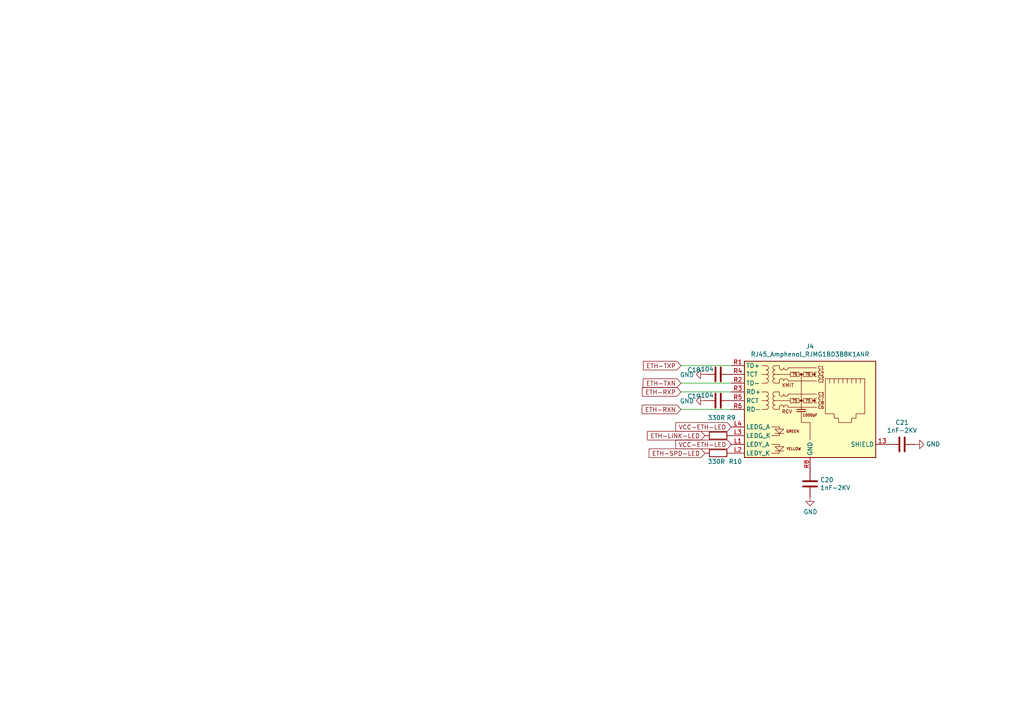
<source format=kicad_sch>
(kicad_sch (version 20210126) (generator eeschema)
  (paper "A4")
  (lib_symbols
    (symbol "Connector:RJ45_Amphenol_RJMG1BD3B8K1ANR"
      (property "Reference" "J" (at 19.05 15.24 0))
      (property "Value" "RJ45_Amphenol_RJMG1BD3B8K1ANR" (at -19.05 15.24 0))
      (symbol "RJ45_Amphenol_RJMG1BD3B8K1ANR_0_0"
        (circle (center -2.54 2.54) (radius 0.254) (stroke (width 0.254)) (fill (type outline)))
        (circle (center -2.54 10.16) (radius 0.254) (stroke (width 0.254)) (fill (type outline)))
        (circle (center 1.27 2.54) (radius 0.254) (stroke (width 0.254)) (fill (type outline)))
        (circle (center 1.27 10.16) (radius 0.254) (stroke (width 0.254)) (fill (type outline)))
        (text "1000pF" (at 0 -1.651 0) (effects (font (size 0.762 0.762))))
        (text "75" (at -4.445 2.54 0) (effects (font (size 0.762 0.762))))
        (text "75" (at -4.445 10.16 0) (effects (font (size 0.762 0.762))))
        (text "75" (at -0.635 2.54 0) (effects (font (size 0.762 0.762))))
        (text "75" (at -0.635 10.16 0) (effects (font (size 0.762 0.762))))
        (text "C1" (at 3.175 12.065 0) (effects (font (size 0.889 0.889))))
        (text "C2" (at 3.175 8.255 0) (effects (font (size 0.889 0.889))))
        (text "C3" (at 3.175 4.445 0) (effects (font (size 0.889 0.889))))
        (text "C4" (at 3.175 10.795 0) (effects (font (size 0.889 0.889))))
        (text "C5" (at 3.175 9.525 0) (effects (font (size 0.889 0.889))))
        (text "C6" (at 3.175 0.635 0) (effects (font (size 0.889 0.889))))
        (text "C7" (at 3.175 3.175 0) (effects (font (size 0.889 0.889))))
        (text "C8" (at 3.175 1.905 0) (effects (font (size 0.889 0.889))))
        (text "GREEN" (at -6.985 -6.35 0) (effects (font (size 0.762 0.762)) (justify left)))
        (text "RCV" (at -8.255 -0.635 0) (effects (font (size 1.016 1.016)) (justify left)))
        (text "XMIT" (at -8.255 6.985 0) (effects (font (size 1.016 1.016)) (justify left)))
        (text "YELLOW" (at -6.985 -11.43 0) (effects (font (size 0.762 0.762)) (justify left)))
        (polyline (pts (xy -7.62 -12.065) (xy -10.16 -12.065)))
        (polyline (pts (xy -7.62 -6.985) (xy -10.16 -6.985)))
        (polyline (pts (xy -2.54 10.16) (xy -2.54 0)))
        (polyline (pts (xy -1.27 -0.635) (xy -3.81 -0.635)) (stroke (width 0.254)))
        (polyline (pts (xy -1.27 0) (xy -3.81 0)) (stroke (width 0.254)))
        (polyline (pts (xy 1.27 2.54) (xy 0.635 2.54)))
        (polyline (pts (xy 1.27 10.16) (xy 0.635 10.16)))
        (polyline (pts (xy -11.176 -12.7) (xy -8.89 -12.7) (xy -8.89 -12.065)))
        (polyline (pts (xy -11.176 -10.16) (xy -8.89 -10.16) (xy -8.89 -10.795)))
        (polyline (pts (xy -11.176 -5.08) (xy -8.89 -5.08) (xy -8.89 -5.715)))
        (polyline (pts (xy -8.89 -6.985) (xy -8.89 -7.62) (xy -11.176 -7.62)))
        (polyline (pts (xy -10.16 -5.715) (xy -7.62 -5.715) (xy -8.89 -6.985) (xy -10.16 -5.715)))
        (polyline (pts (xy -7.62 -10.795) (xy -10.16 -10.795) (xy -8.89 -12.065) (xy -7.62 -10.795)))
        (polyline (pts (xy -2.54 -0.635) (xy -2.54 -3.81) (xy 0 -3.81) (xy 0 -8.89)))
        (polyline (pts (xy 1.905 3.175) (xy 1.27 3.175) (xy 1.27 1.905) (xy 1.905 1.905)))
        (polyline (pts (xy 1.905 10.795) (xy 1.27 10.795) (xy 1.27 9.525) (xy 1.905 9.525)))
      )
      (symbol "RJ45_Amphenol_RJMG1BD3B8K1ANR_0_1"
        (arc (start -12.7 0) (end -12.7 1.27) (radius (at -12.7 0.635) (length 0.635) (angles -89.9 89.9)))
        (arc (start -12.7 1.27) (end -12.7 2.54) (radius (at -12.7 1.905) (length 0.635) (angles -89.9 89.9)))
        (arc (start -12.7 2.54) (end -12.7 3.81) (radius (at -12.7 3.175) (length 0.635) (angles -89.9 89.9)))
        (arc (start -12.7 3.81) (end -12.7 5.08) (radius (at -12.7 4.445) (length 0.635) (angles -89.9 89.9)))
        (arc (start -12.7 7.62) (end -12.7 8.89) (radius (at -12.7 8.255) (length 0.635) (angles -89.9 89.9)))
        (arc (start -12.7 8.89) (end -12.7 10.16) (radius (at -12.7 9.525) (length 0.635) (angles -89.9 89.9)))
        (arc (start -12.7 10.16) (end -12.7 11.43) (radius (at -12.7 10.795) (length 0.635) (angles -89.9 89.9)))
        (arc (start -12.7 11.43) (end -12.7 12.7) (radius (at -12.7 12.065) (length 0.635) (angles -89.9 89.9)))
        (arc (start -10.16 1.27) (end -10.16 0) (radius (at -10.16 0.635) (length 0.635) (angles 90.1 -90.1)))
        (arc (start -10.16 2.54) (end -10.16 1.27) (radius (at -10.16 1.905) (length 0.635) (angles 90.1 -90.1)))
        (arc (start -10.16 3.81) (end -10.16 2.54) (radius (at -10.16 3.175) (length 0.635) (angles 90.1 -90.1)))
        (arc (start -10.16 5.08) (end -10.16 3.81) (radius (at -10.16 4.445) (length 0.635) (angles 90.1 -90.1)))
        (arc (start -10.16 8.89) (end -10.16 7.62) (radius (at -10.16 8.255) (length 0.635) (angles 90.1 -90.1)))
        (arc (start -10.16 10.16) (end -10.16 8.89) (radius (at -10.16 9.525) (length 0.635) (angles 90.1 -90.1)))
        (arc (start -10.16 11.43) (end -10.16 10.16) (radius (at -10.16 10.795) (length 0.635) (angles 90.1 -90.1)))
        (arc (start -10.16 12.7) (end -10.16 11.43) (radius (at -10.16 12.065) (length 0.635) (angles 90.1 -90.1)))
        (arc (start -7.62 0.635) (end -8.89 0.635) (radius (at -8.255 0.635) (length 0.635) (angles 0.1 179.9)))
        (arc (start -8.89 4.445) (end -7.62 4.445) (radius (at -8.255 4.445) (length 0.635) (angles -179.9 -0.1)))
        (arc (start -7.62 8.255) (end -8.89 8.255) (radius (at -8.255 8.255) (length 0.635) (angles 0.1 179.9)))
        (arc (start -8.89 12.065) (end -7.62 12.065) (radius (at -8.255 12.065) (length 0.635) (angles -179.9 -0.1)))
        (arc (start -6.35 0.635) (end -7.62 0.635) (radius (at -6.985 0.635) (length 0.635) (angles 0.1 179.9)))
        (arc (start -7.62 4.445) (end -6.35 4.445) (radius (at -6.985 4.445) (length 0.635) (angles -179.9 -0.1)))
        (arc (start -6.35 8.255) (end -7.62 8.255) (radius (at -6.985 8.255) (length 0.635) (angles 0.1 179.9)))
        (arc (start -7.62 12.065) (end -6.35 12.065) (radius (at -6.985 12.065) (length 0.635) (angles -179.9 -0.1)))
        (rectangle (start -5.715 3.175) (end -3.175 1.905))
        (rectangle (start -5.715 10.795) (end -3.175 9.525))
        (rectangle (start -1.905 3.175) (end 0.635 1.905))
        (rectangle (start -1.905 10.795) (end 0.635 9.525))
        (rectangle (start -19.05 -13.97) (end 19.05 13.97) (stroke (width 0.254)) (fill (type background)))
        (polyline (pts (xy -12.7 0) (xy -13.97 0)))
        (polyline (pts (xy -12.7 2.54) (xy -13.97 2.54)))
        (polyline (pts (xy -12.7 5.08) (xy -13.97 5.08)))
        (polyline (pts (xy -12.7 7.62) (xy -13.97 7.62)))
        (polyline (pts (xy -12.7 10.16) (xy -13.97 10.16)))
        (polyline (pts (xy -12.7 12.7) (xy -13.97 12.7)))
        (polyline (pts (xy -6.35 0.635) (xy 1.905 0.635)))
        (polyline (pts (xy -6.35 4.445) (xy 1.905 4.445)))
        (polyline (pts (xy -6.35 8.255) (xy 1.905 8.255)))
        (polyline (pts (xy -6.35 12.065) (xy 1.905 12.065)))
        (polyline (pts (xy -5.715 2.54) (xy -10.16 2.54)))
        (polyline (pts (xy -5.715 10.16) (xy -10.16 10.16)))
        (polyline (pts (xy -3.175 2.54) (xy -1.905 2.54)))
        (polyline (pts (xy -3.175 10.16) (xy -1.905 10.16)))
        (polyline (pts (xy 5.715 7.62) (xy 5.715 8.89)))
        (polyline (pts (xy 6.985 8.89) (xy 6.985 7.62)))
        (polyline (pts (xy 8.255 8.89) (xy 8.255 7.62)))
        (polyline (pts (xy 9.525 8.89) (xy 9.525 7.62)))
        (polyline (pts (xy 10.795 8.89) (xy 10.795 7.62)))
        (polyline (pts (xy 12.065 8.89) (xy 12.065 7.62)))
        (polyline (pts (xy 13.335 7.62) (xy 13.335 8.89)))
        (polyline (pts (xy 14.605 7.62) (xy 14.605 8.89)))
        (polyline (pts (xy -10.16 5.08) (xy -8.89 5.08) (xy -8.89 4.445)))
        (polyline (pts (xy -10.16 12.7) (xy -8.89 12.7) (xy -8.89 12.065)))
        (polyline (pts (xy -8.89 0.635) (xy -8.89 0) (xy -10.16 0)))
        (polyline (pts (xy -8.89 8.255) (xy -8.89 7.62) (xy -10.16 7.62)))
        (polyline (pts (xy 4.445 8.89) (xy 15.875 8.89) (xy 15.875 -1.27) (xy 13.335 -1.27) (xy 13.335 -2.54) (xy 12.065 -2.54) (xy 12.065 -3.81) (xy 8.255 -3.81) (xy 8.255 -2.54) (xy 6.985 -2.54) (xy 6.985 -1.27) (xy 4.445 -1.27) (xy 4.445 8.89)))
      )
      (symbol "RJ45_Amphenol_RJMG1BD3B8K1ANR_1_1"
        (pin passive line (at 22.86 -10.16 180) (length 3.81) (name "SHIELD") (number "13"))
        (pin passive line (at -22.86 -10.16 0) (length 3.81) (name "LEDY_A") (number "L1"))
        (pin passive line (at -22.86 -12.7 0) (length 3.81) (name "LEDY_K") (number "L2"))
        (pin passive line (at -22.86 -7.62 0) (length 3.81) (name "LEDG_K") (number "L3"))
        (pin passive line (at -22.86 -5.08 0) (length 3.81) (name "LEDG_A") (number "L4"))
        (pin passive line (at -22.86 12.7 0) (length 3.81) (name "TD+") (number "R1"))
        (pin passive line (at -22.86 7.62 0) (length 3.81) (name "TD-") (number "R2"))
        (pin passive line (at -22.86 5.08 0) (length 3.81) (name "RD+") (number "R3"))
        (pin passive line (at -22.86 10.16 0) (length 3.81) (name "TCT") (number "R4"))
        (pin passive line (at -22.86 2.54 0) (length 3.81) (name "RCT") (number "R5"))
        (pin passive line (at -22.86 0 0) (length 3.81) (name "RD-") (number "R6"))
        (pin no_connect line (at 5.08 -5.08 0) (length 0) hide (name "NC") (number "R7"))
        (pin power_in line (at 0 -17.78 90) (length 3.81) (name "GND") (number "R8"))
      )
    )
    (symbol "Device:C" (pin_numbers hide) (pin_names (offset 0.254))
      (property "Reference" "C" (at 0.635 2.54 0))
      (property "Value" "C" (at 0.635 -2.54 0))
      (symbol "C_0_1"
        (polyline (pts (xy -2.032 -0.762) (xy 2.032 -0.762)) (stroke (width 0.508)))
        (polyline (pts (xy -2.032 0.762) (xy 2.032 0.762)) (stroke (width 0.508)))
      )
      (symbol "C_1_1"
        (pin passive line (at 0 3.81 270) (length 2.794) (name "~") (number "1"))
        (pin passive line (at 0 -3.81 90) (length 2.794) (name "~") (number "2"))
      )
    )
    (symbol "Device:R" (pin_numbers hide) (pin_names (offset 0))
      (property "Reference" "R" (at 2.032 0 90))
      (property "Value" "R" (at 0 0 90))
      (symbol "R_0_1"
        (rectangle (start -1.016 -2.54) (end 1.016 2.54) (stroke (width 0.254)))
      )
      (symbol "R_1_1"
        (pin passive line (at 0 3.81 270) (length 1.27) (name "~") (number "1"))
        (pin passive line (at 0 -3.81 90) (length 1.27) (name "~") (number "2"))
      )
    )
    (symbol "power:GND" (power) (pin_names (offset 0))
      (property "Value" "GND" (at 0 -3.81 0))
      (symbol "GND_0_1"
        (polyline (pts (xy 0 0) (xy 0 -1.27) (xy 1.27 -1.27) (xy 0 -2.54) (xy -1.27 -1.27) (xy 0 -1.27)))
      )
      (symbol "GND_1_1"
        (pin power_in line (at 0 0 270) (length 0) hide (name "GND") (number "1"))
      )
    )
  )
  (wire (pts (xy 197.485 106.045) (xy 212.09 106.045)))
  (wire (pts (xy 197.485 111.125) (xy 212.09 111.125)))
  (wire (pts (xy 197.485 113.665) (xy 212.09 113.665)))
  (wire (pts (xy 197.485 118.745) (xy 212.09 118.745)))
  (global_label "ETH-TXP" (shape input) (at 197.485 106.045 180) (property "Intersheet References" "${INTERSHEET_REFS}" (effects hide)))
  (global_label "ETH-TXN" (shape input) (at 197.485 111.125 180) (property "Intersheet References" "${INTERSHEET_REFS}" (effects hide)))
  (global_label "ETH-RXP" (shape input) (at 197.485 113.665 180) (property "Intersheet References" "${INTERSHEET_REFS}" (effects hide)))
  (global_label "ETH-RXN" (shape input) (at 197.485 118.745 180) (property "Intersheet References" "${INTERSHEET_REFS}" (effects hide)))
  (global_label "ETH-LINK-LED" (shape input) (at 204.47 126.365 180) (property "Intersheet References" "${INTERSHEET_REFS}" (effects hide)))
  (global_label "ETH-SPD-LED" (shape input) (at 204.47 131.445 180) (property "Intersheet References" "${INTERSHEET_REFS}" (effects hide)))
  (global_label "VCC-ETH-LED" (shape input) (at 212.09 123.825 180) (property "Intersheet References" "${INTERSHEET_REFS}" (effects hide)))
  (global_label "VCC-ETH-LED" (shape input) (at 212.09 128.905 180) (property "Intersheet References" "${INTERSHEET_REFS}" (effects hide)))
  (symbol (lib_id "power:GND") (at 204.47 108.585 270) (unit 1)
    (property "Reference" "#PWR0120" (effects hide))
    (property "Value" "GND" (at 201.295 108.6993 90) (effects (justify right)))
  )
  (symbol (lib_id "power:GND") (at 204.47 116.205 270) (unit 1)
    (property "Reference" "#PWR0121" (effects hide))
    (property "Value" "GND" (at 201.295 116.3193 90) (effects (justify right)))
  )
  (symbol (lib_id "power:GND") (at 234.95 144.145 0) (unit 1)
    (property "Reference" "#PWR0119" (effects hide))
    (property "Value" "GND" (at 235.0643 148.4694 0))
  )
  (symbol (lib_id "power:GND") (at 265.43 128.905 90) (unit 1)
    (property "Reference" "#PWR0122" (effects hide))
    (property "Value" "GND" (at 268.6051 128.7907 90) (effects (justify right)))
  )
  (symbol (lib_id "Device:R") (at 208.28 126.365 270) (unit 1)
    (property "Reference" "R9" (at 210.6994 121.1581 90) (effects (justify left)))
    (property "Value" "330R" (at 205.226 121.158 90) (effects (justify left)))
  )
  (symbol (lib_id "Device:R") (at 208.28 131.445 270) (unit 1)
    (property "Reference" "R10" (at 211.3344 133.8581 90) (effects (justify left)))
    (property "Value" "330R" (at 205.226 133.858 90) (effects (justify left)))
  )
  (symbol (lib_id "Device:C") (at 208.28 108.585 90) (unit 1)
    (property "Reference" "C18" (at 201.295 107.2958 90))
    (property "Value" "104" (at 205.105 107.055 90))
  )
  (symbol (lib_id "Device:C") (at 208.28 116.205 90) (unit 1)
    (property "Reference" "C19" (at 201.295 114.9158 90))
    (property "Value" "104" (at 205.105 114.675 90))
  )
  (symbol (lib_id "Device:C") (at 234.95 140.335 0) (unit 1)
    (property "Reference" "C20" (at 237.8711 139.1856 0) (effects (justify left)))
    (property "Value" "1nF-2KV" (at 237.871 141.484 0) (effects (justify left)))
  )
  (symbol (lib_id "Device:C") (at 261.62 128.905 90) (unit 1)
    (property "Reference" "C21" (at 261.62 122.5358 90))
    (property "Value" "1nF-2KV" (at 261.62 124.835 90))
  )
  (symbol (lib_id "Connector:RJ45_Amphenol_RJMG1BD3B8K1ANR") (at 234.95 118.745 0) (unit 1)
    (property "Reference" "J4" (at 234.95 100.4632 0))
    (property "Value" "RJ45_Amphenol_RJMG1BD3B8K1ANR" (at 234.95 102.7619 0))
    (property "Footprint" "Connector_RJ:RJ45_Amphenol_RJMG1BD3B8K1ANR" (effects hide))
    (property "Datasheet" "https://www.amphenolcanada.com/ProductSearch/Drawings/AC/RJMG1BD3B8K1ANR.PDF" (effects hide))
  )
)
</source>
